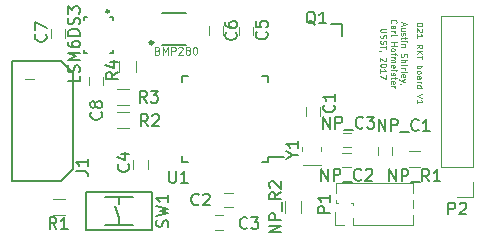
<source format=gto>
G04 #@! TF.FileFunction,Legend,Top*
%FSLAX46Y46*%
G04 Gerber Fmt 4.6, Leading zero omitted, Abs format (unit mm)*
G04 Created by KiCad (PCBNEW 4.0.6) date Tue Sep  5 19:33:10 2017*
%MOMM*%
%LPD*%
G01*
G04 APERTURE LIST*
%ADD10C,0.150000*%
%ADD11C,0.125000*%
%ADD12C,0.120000*%
%ADD13C,0.127000*%
%ADD14C,0.007620*%
%ADD15C,0.254000*%
%ADD16C,0.300000*%
%ADD17C,0.152400*%
%ADD18C,0.100000*%
G04 APERTURE END LIST*
D10*
D11*
X172991667Y-80080954D02*
X172991667Y-80319049D01*
X172848810Y-80033335D02*
X173348810Y-80200002D01*
X172848810Y-80366668D01*
X173182143Y-80747620D02*
X172848810Y-80747620D01*
X173182143Y-80533335D02*
X172920238Y-80533335D01*
X172872619Y-80557144D01*
X172848810Y-80604763D01*
X172848810Y-80676192D01*
X172872619Y-80723811D01*
X172896429Y-80747620D01*
X172872619Y-80961906D02*
X172848810Y-81009525D01*
X172848810Y-81104763D01*
X172872619Y-81152382D01*
X172920238Y-81176192D01*
X172944048Y-81176192D01*
X172991667Y-81152382D01*
X173015476Y-81104763D01*
X173015476Y-81033335D01*
X173039286Y-80985716D01*
X173086905Y-80961906D01*
X173110714Y-80961906D01*
X173158333Y-80985716D01*
X173182143Y-81033335D01*
X173182143Y-81104763D01*
X173158333Y-81152382D01*
X173182143Y-81319049D02*
X173182143Y-81509525D01*
X173348810Y-81390478D02*
X172920238Y-81390478D01*
X172872619Y-81414287D01*
X172848810Y-81461906D01*
X172848810Y-81509525D01*
X172848810Y-81676192D02*
X173182143Y-81676192D01*
X173348810Y-81676192D02*
X173325000Y-81652382D01*
X173301190Y-81676192D01*
X173325000Y-81700001D01*
X173348810Y-81676192D01*
X173301190Y-81676192D01*
X173182143Y-81914287D02*
X172848810Y-81914287D01*
X173134524Y-81914287D02*
X173158333Y-81938096D01*
X173182143Y-81985715D01*
X173182143Y-82057144D01*
X173158333Y-82104763D01*
X173110714Y-82128572D01*
X172848810Y-82128572D01*
X172872619Y-82723810D02*
X172848810Y-82795239D01*
X172848810Y-82914286D01*
X172872619Y-82961905D01*
X172896429Y-82985715D01*
X172944048Y-83009524D01*
X172991667Y-83009524D01*
X173039286Y-82985715D01*
X173063095Y-82961905D01*
X173086905Y-82914286D01*
X173110714Y-82819048D01*
X173134524Y-82771429D01*
X173158333Y-82747620D01*
X173205952Y-82723810D01*
X173253571Y-82723810D01*
X173301190Y-82747620D01*
X173325000Y-82771429D01*
X173348810Y-82819048D01*
X173348810Y-82938096D01*
X173325000Y-83009524D01*
X172848810Y-83223810D02*
X173348810Y-83223810D01*
X172848810Y-83438095D02*
X173110714Y-83438095D01*
X173158333Y-83414286D01*
X173182143Y-83366667D01*
X173182143Y-83295238D01*
X173158333Y-83247619D01*
X173134524Y-83223810D01*
X172848810Y-83676191D02*
X173182143Y-83676191D01*
X173348810Y-83676191D02*
X173325000Y-83652381D01*
X173301190Y-83676191D01*
X173325000Y-83700000D01*
X173348810Y-83676191D01*
X173301190Y-83676191D01*
X172848810Y-83914286D02*
X173182143Y-83914286D01*
X173086905Y-83914286D02*
X173134524Y-83938095D01*
X173158333Y-83961905D01*
X173182143Y-84009524D01*
X173182143Y-84057143D01*
X172848810Y-84295238D02*
X172872619Y-84247619D01*
X172920238Y-84223810D01*
X173348810Y-84223810D01*
X172872619Y-84676191D02*
X172848810Y-84628572D01*
X172848810Y-84533334D01*
X172872619Y-84485715D01*
X172920238Y-84461905D01*
X173110714Y-84461905D01*
X173158333Y-84485715D01*
X173182143Y-84533334D01*
X173182143Y-84628572D01*
X173158333Y-84676191D01*
X173110714Y-84700000D01*
X173063095Y-84700000D01*
X173015476Y-84461905D01*
X173182143Y-84866667D02*
X172848810Y-84985714D01*
X173182143Y-85104762D02*
X172848810Y-84985714D01*
X172729762Y-84938095D01*
X172705952Y-84914286D01*
X172682143Y-84866667D01*
X172872619Y-85319047D02*
X172848810Y-85319047D01*
X172801190Y-85295238D01*
X172777381Y-85271428D01*
X172021429Y-80140477D02*
X171997619Y-80116667D01*
X171973810Y-80045239D01*
X171973810Y-79997620D01*
X171997619Y-79926191D01*
X172045238Y-79878572D01*
X172092857Y-79854763D01*
X172188095Y-79830953D01*
X172259524Y-79830953D01*
X172354762Y-79854763D01*
X172402381Y-79878572D01*
X172450000Y-79926191D01*
X172473810Y-79997620D01*
X172473810Y-80045239D01*
X172450000Y-80116667D01*
X172426190Y-80140477D01*
X171973810Y-80569048D02*
X172235714Y-80569048D01*
X172283333Y-80545239D01*
X172307143Y-80497620D01*
X172307143Y-80402382D01*
X172283333Y-80354763D01*
X171997619Y-80569048D02*
X171973810Y-80521429D01*
X171973810Y-80402382D01*
X171997619Y-80354763D01*
X172045238Y-80330953D01*
X172092857Y-80330953D01*
X172140476Y-80354763D01*
X172164286Y-80402382D01*
X172164286Y-80521429D01*
X172188095Y-80569048D01*
X171973810Y-80807144D02*
X172307143Y-80807144D01*
X172211905Y-80807144D02*
X172259524Y-80830953D01*
X172283333Y-80854763D01*
X172307143Y-80902382D01*
X172307143Y-80950001D01*
X171973810Y-81188096D02*
X171997619Y-81140477D01*
X172045238Y-81116668D01*
X172473810Y-81116668D01*
X171973810Y-81759525D02*
X172473810Y-81759525D01*
X172235714Y-81759525D02*
X172235714Y-82045239D01*
X171973810Y-82045239D02*
X172473810Y-82045239D01*
X171973810Y-82354763D02*
X171997619Y-82307144D01*
X172021429Y-82283335D01*
X172069048Y-82259525D01*
X172211905Y-82259525D01*
X172259524Y-82283335D01*
X172283333Y-82307144D01*
X172307143Y-82354763D01*
X172307143Y-82426192D01*
X172283333Y-82473811D01*
X172259524Y-82497620D01*
X172211905Y-82521430D01*
X172069048Y-82521430D01*
X172021429Y-82497620D01*
X171997619Y-82473811D01*
X171973810Y-82426192D01*
X171973810Y-82354763D01*
X172307143Y-82664287D02*
X172307143Y-82854763D01*
X171973810Y-82735716D02*
X172402381Y-82735716D01*
X172450000Y-82759525D01*
X172473810Y-82807144D01*
X172473810Y-82854763D01*
X171973810Y-83021430D02*
X172307143Y-83021430D01*
X172259524Y-83021430D02*
X172283333Y-83045239D01*
X172307143Y-83092858D01*
X172307143Y-83164287D01*
X172283333Y-83211906D01*
X172235714Y-83235715D01*
X171973810Y-83235715D01*
X172235714Y-83235715D02*
X172283333Y-83259525D01*
X172307143Y-83307144D01*
X172307143Y-83378572D01*
X172283333Y-83426192D01*
X172235714Y-83450001D01*
X171973810Y-83450001D01*
X171997619Y-83878573D02*
X171973810Y-83830954D01*
X171973810Y-83735716D01*
X171997619Y-83688097D01*
X172045238Y-83664287D01*
X172235714Y-83664287D01*
X172283333Y-83688097D01*
X172307143Y-83735716D01*
X172307143Y-83830954D01*
X172283333Y-83878573D01*
X172235714Y-83902382D01*
X172188095Y-83902382D01*
X172140476Y-83664287D01*
X171973810Y-84116668D02*
X172307143Y-84116668D01*
X172473810Y-84116668D02*
X172450000Y-84092858D01*
X172426190Y-84116668D01*
X172450000Y-84140477D01*
X172473810Y-84116668D01*
X172426190Y-84116668D01*
X171997619Y-84330953D02*
X171973810Y-84378572D01*
X171973810Y-84473810D01*
X171997619Y-84521429D01*
X172045238Y-84545239D01*
X172069048Y-84545239D01*
X172116667Y-84521429D01*
X172140476Y-84473810D01*
X172140476Y-84402382D01*
X172164286Y-84354763D01*
X172211905Y-84330953D01*
X172235714Y-84330953D01*
X172283333Y-84354763D01*
X172307143Y-84402382D01*
X172307143Y-84473810D01*
X172283333Y-84521429D01*
X172307143Y-84688096D02*
X172307143Y-84878572D01*
X172473810Y-84759525D02*
X172045238Y-84759525D01*
X171997619Y-84783334D01*
X171973810Y-84830953D01*
X171973810Y-84878572D01*
X171997619Y-85235715D02*
X171973810Y-85188096D01*
X171973810Y-85092858D01*
X171997619Y-85045239D01*
X172045238Y-85021429D01*
X172235714Y-85021429D01*
X172283333Y-85045239D01*
X172307143Y-85092858D01*
X172307143Y-85188096D01*
X172283333Y-85235715D01*
X172235714Y-85259524D01*
X172188095Y-85259524D01*
X172140476Y-85021429D01*
X171973810Y-85473810D02*
X172307143Y-85473810D01*
X172211905Y-85473810D02*
X172259524Y-85497619D01*
X172283333Y-85521429D01*
X172307143Y-85569048D01*
X172307143Y-85616667D01*
X171598810Y-80628574D02*
X171194048Y-80628574D01*
X171146429Y-80652383D01*
X171122619Y-80676193D01*
X171098810Y-80723812D01*
X171098810Y-80819050D01*
X171122619Y-80866669D01*
X171146429Y-80890478D01*
X171194048Y-80914288D01*
X171598810Y-80914288D01*
X171122619Y-81128574D02*
X171098810Y-81200003D01*
X171098810Y-81319050D01*
X171122619Y-81366669D01*
X171146429Y-81390479D01*
X171194048Y-81414288D01*
X171241667Y-81414288D01*
X171289286Y-81390479D01*
X171313095Y-81366669D01*
X171336905Y-81319050D01*
X171360714Y-81223812D01*
X171384524Y-81176193D01*
X171408333Y-81152384D01*
X171455952Y-81128574D01*
X171503571Y-81128574D01*
X171551190Y-81152384D01*
X171575000Y-81176193D01*
X171598810Y-81223812D01*
X171598810Y-81342860D01*
X171575000Y-81414288D01*
X171122619Y-81604764D02*
X171098810Y-81676193D01*
X171098810Y-81795240D01*
X171122619Y-81842859D01*
X171146429Y-81866669D01*
X171194048Y-81890478D01*
X171241667Y-81890478D01*
X171289286Y-81866669D01*
X171313095Y-81842859D01*
X171336905Y-81795240D01*
X171360714Y-81700002D01*
X171384524Y-81652383D01*
X171408333Y-81628574D01*
X171455952Y-81604764D01*
X171503571Y-81604764D01*
X171551190Y-81628574D01*
X171575000Y-81652383D01*
X171598810Y-81700002D01*
X171598810Y-81819050D01*
X171575000Y-81890478D01*
X171598810Y-82033335D02*
X171598810Y-82319049D01*
X171098810Y-82176192D02*
X171598810Y-82176192D01*
X171122619Y-82509525D02*
X171098810Y-82509525D01*
X171051190Y-82485716D01*
X171027381Y-82461906D01*
X171551190Y-83080953D02*
X171575000Y-83104763D01*
X171598810Y-83152382D01*
X171598810Y-83271429D01*
X171575000Y-83319048D01*
X171551190Y-83342858D01*
X171503571Y-83366667D01*
X171455952Y-83366667D01*
X171384524Y-83342858D01*
X171098810Y-83057144D01*
X171098810Y-83366667D01*
X171598810Y-83676191D02*
X171598810Y-83723810D01*
X171575000Y-83771429D01*
X171551190Y-83795238D01*
X171503571Y-83819048D01*
X171408333Y-83842857D01*
X171289286Y-83842857D01*
X171194048Y-83819048D01*
X171146429Y-83795238D01*
X171122619Y-83771429D01*
X171098810Y-83723810D01*
X171098810Y-83676191D01*
X171122619Y-83628572D01*
X171146429Y-83604762D01*
X171194048Y-83580953D01*
X171289286Y-83557143D01*
X171408333Y-83557143D01*
X171503571Y-83580953D01*
X171551190Y-83604762D01*
X171575000Y-83628572D01*
X171598810Y-83676191D01*
X171098810Y-84319047D02*
X171098810Y-84033333D01*
X171098810Y-84176190D02*
X171598810Y-84176190D01*
X171527381Y-84128571D01*
X171479762Y-84080952D01*
X171455952Y-84033333D01*
X171598810Y-84485714D02*
X171598810Y-84819047D01*
X171098810Y-84604761D01*
X174173810Y-80119050D02*
X174673810Y-80119050D01*
X174673810Y-80238097D01*
X174650000Y-80309526D01*
X174602381Y-80357145D01*
X174554762Y-80380954D01*
X174459524Y-80404764D01*
X174388095Y-80404764D01*
X174292857Y-80380954D01*
X174245238Y-80357145D01*
X174197619Y-80309526D01*
X174173810Y-80238097D01*
X174173810Y-80119050D01*
X174626190Y-80595240D02*
X174650000Y-80619050D01*
X174673810Y-80666669D01*
X174673810Y-80785716D01*
X174650000Y-80833335D01*
X174626190Y-80857145D01*
X174578571Y-80880954D01*
X174530952Y-80880954D01*
X174459524Y-80857145D01*
X174173810Y-80571431D01*
X174173810Y-80880954D01*
X174173810Y-81357144D02*
X174173810Y-81071430D01*
X174173810Y-81214287D02*
X174673810Y-81214287D01*
X174602381Y-81166668D01*
X174554762Y-81119049D01*
X174530952Y-81071430D01*
X174173810Y-82238096D02*
X174411905Y-82071429D01*
X174173810Y-81952382D02*
X174673810Y-81952382D01*
X174673810Y-82142858D01*
X174650000Y-82190477D01*
X174626190Y-82214286D01*
X174578571Y-82238096D01*
X174507143Y-82238096D01*
X174459524Y-82214286D01*
X174435714Y-82190477D01*
X174411905Y-82142858D01*
X174411905Y-81952382D01*
X174173810Y-82452382D02*
X174673810Y-82452382D01*
X174173810Y-82738096D02*
X174459524Y-82523810D01*
X174673810Y-82738096D02*
X174388095Y-82452382D01*
X174673810Y-82880953D02*
X174673810Y-83166667D01*
X174173810Y-83023810D02*
X174673810Y-83023810D01*
X174173810Y-83714286D02*
X174673810Y-83714286D01*
X174483333Y-83714286D02*
X174507143Y-83761905D01*
X174507143Y-83857143D01*
X174483333Y-83904762D01*
X174459524Y-83928571D01*
X174411905Y-83952381D01*
X174269048Y-83952381D01*
X174221429Y-83928571D01*
X174197619Y-83904762D01*
X174173810Y-83857143D01*
X174173810Y-83761905D01*
X174197619Y-83714286D01*
X174173810Y-84238095D02*
X174197619Y-84190476D01*
X174221429Y-84166667D01*
X174269048Y-84142857D01*
X174411905Y-84142857D01*
X174459524Y-84166667D01*
X174483333Y-84190476D01*
X174507143Y-84238095D01*
X174507143Y-84309524D01*
X174483333Y-84357143D01*
X174459524Y-84380952D01*
X174411905Y-84404762D01*
X174269048Y-84404762D01*
X174221429Y-84380952D01*
X174197619Y-84357143D01*
X174173810Y-84309524D01*
X174173810Y-84238095D01*
X174173810Y-84833333D02*
X174435714Y-84833333D01*
X174483333Y-84809524D01*
X174507143Y-84761905D01*
X174507143Y-84666667D01*
X174483333Y-84619048D01*
X174197619Y-84833333D02*
X174173810Y-84785714D01*
X174173810Y-84666667D01*
X174197619Y-84619048D01*
X174245238Y-84595238D01*
X174292857Y-84595238D01*
X174340476Y-84619048D01*
X174364286Y-84666667D01*
X174364286Y-84785714D01*
X174388095Y-84833333D01*
X174173810Y-85071429D02*
X174507143Y-85071429D01*
X174411905Y-85071429D02*
X174459524Y-85095238D01*
X174483333Y-85119048D01*
X174507143Y-85166667D01*
X174507143Y-85214286D01*
X174173810Y-85595238D02*
X174673810Y-85595238D01*
X174197619Y-85595238D02*
X174173810Y-85547619D01*
X174173810Y-85452381D01*
X174197619Y-85404762D01*
X174221429Y-85380953D01*
X174269048Y-85357143D01*
X174411905Y-85357143D01*
X174459524Y-85380953D01*
X174483333Y-85404762D01*
X174507143Y-85452381D01*
X174507143Y-85547619D01*
X174483333Y-85595238D01*
X174673810Y-86142857D02*
X174173810Y-86309524D01*
X174673810Y-86476190D01*
X174173810Y-86904761D02*
X174173810Y-86619047D01*
X174173810Y-86761904D02*
X174673810Y-86761904D01*
X174602381Y-86714285D01*
X174554762Y-86666666D01*
X174530952Y-86619047D01*
D12*
X164800000Y-87950000D02*
X164800000Y-87250000D01*
X166000000Y-87250000D02*
X166000000Y-87950000D01*
X157900000Y-94500000D02*
X158600000Y-94500000D01*
X158600000Y-95700000D02*
X157900000Y-95700000D01*
X157800000Y-97600000D02*
X157100000Y-97600000D01*
X157100000Y-96400000D02*
X157800000Y-96400000D01*
X151400000Y-91750000D02*
X151400000Y-92450000D01*
X150200000Y-92450000D02*
X150200000Y-91750000D01*
X159100000Y-81150000D02*
X159100000Y-80450000D01*
X160300000Y-80450000D02*
X160300000Y-81150000D01*
X156600000Y-81100000D02*
X156600000Y-80400000D01*
X157800000Y-80400000D02*
X157800000Y-81100000D01*
X144400000Y-80650000D02*
X144400000Y-81350000D01*
X143200000Y-81350000D02*
X143200000Y-80650000D01*
X146400000Y-85350000D02*
X146400000Y-84650000D01*
X147600000Y-84650000D02*
X147600000Y-85350000D01*
D13*
X139945040Y-83322140D02*
X139945040Y-93482140D01*
X139945040Y-83322140D02*
X144097940Y-83322140D01*
X144097940Y-83322140D02*
X145098700Y-84322900D01*
X145098700Y-84322900D02*
X145098700Y-92481380D01*
X145098700Y-92481380D02*
X144097940Y-93482140D01*
X144097940Y-93482140D02*
X139945040Y-93482140D01*
D14*
X141750980Y-84853760D02*
X141052480Y-84853760D01*
D12*
X172100000Y-90600000D02*
X172100000Y-91300000D01*
X170900000Y-91300000D02*
X170900000Y-90600000D01*
X168600000Y-92300000D02*
X167900000Y-92300000D01*
X167900000Y-91100000D02*
X168600000Y-91100000D01*
X168650000Y-90600000D02*
X167950000Y-90600000D01*
X167950000Y-89400000D02*
X168650000Y-89400000D01*
X173500000Y-90920000D02*
X174500000Y-90920000D01*
X174500000Y-92280000D02*
X173500000Y-92280000D01*
X164380000Y-95200000D02*
X164380000Y-96200000D01*
X163020000Y-96200000D02*
X163020000Y-95200000D01*
X173835000Y-97230000D02*
X173835000Y-96407530D01*
X173835000Y-94522470D02*
X173835000Y-93700000D01*
X173835000Y-95792470D02*
X173835000Y-95137530D01*
X168820000Y-97230000D02*
X173835000Y-97230000D01*
X167365000Y-93700000D02*
X173835000Y-93700000D01*
X168820000Y-97230000D02*
X168820000Y-96663471D01*
X168820000Y-95536529D02*
X168820000Y-95393471D01*
X168766529Y-95340000D02*
X168623471Y-95340000D01*
X167496529Y-95340000D02*
X167365000Y-95340000D01*
X167365000Y-95340000D02*
X167365000Y-95137530D01*
X167365000Y-94522470D02*
X167365000Y-93700000D01*
X168060000Y-97230000D02*
X167300000Y-97230000D01*
X167300000Y-97230000D02*
X167300000Y-96100000D01*
D10*
X167900000Y-80200000D02*
X166900000Y-80200000D01*
X167900000Y-81200000D02*
X167900000Y-80200000D01*
D12*
X144400000Y-96380000D02*
X143400000Y-96380000D01*
X143400000Y-95020000D02*
X144400000Y-95020000D01*
X149850000Y-88980000D02*
X148850000Y-88980000D01*
X148850000Y-87620000D02*
X149850000Y-87620000D01*
X149850000Y-87080000D02*
X148850000Y-87080000D01*
X148850000Y-85720000D02*
X149850000Y-85720000D01*
X150380000Y-83300000D02*
X150380000Y-84300000D01*
X149020000Y-84300000D02*
X149020000Y-83300000D01*
D13*
X146200920Y-94427920D02*
X151799080Y-94427920D01*
X151799080Y-94427920D02*
X151799080Y-97623240D01*
X151799080Y-97623240D02*
X146200920Y-97623240D01*
X146200920Y-97623240D02*
X146200920Y-94427920D01*
X147801120Y-94826700D02*
X149000000Y-94826700D01*
X149000000Y-94826700D02*
X150198880Y-94826700D01*
X147801120Y-97224460D02*
X149000000Y-97224460D01*
X149000000Y-97224460D02*
X150198880Y-97224460D01*
X149000000Y-97224460D02*
X149000000Y-96625020D01*
X149000000Y-94826700D02*
X149000000Y-95426140D01*
X149000000Y-96625020D02*
X148601220Y-95626800D01*
D10*
X161575000Y-91856108D02*
X161575000Y-91431108D01*
X154325000Y-91856108D02*
X154325000Y-91331108D01*
X154325000Y-84606108D02*
X154325000Y-85131108D01*
X161575000Y-84606108D02*
X161575000Y-85131108D01*
X161575000Y-91856108D02*
X161050000Y-91856108D01*
X161575000Y-84606108D02*
X161050000Y-84606108D01*
X154325000Y-84606108D02*
X154850000Y-84606108D01*
X154325000Y-91856108D02*
X154850000Y-91856108D01*
X161575000Y-91431108D02*
X162950000Y-91431108D01*
D15*
X148100000Y-79137500D02*
G75*
G03X148100000Y-79137500I-100000J0D01*
G01*
D13*
X148250000Y-79637500D02*
X148500000Y-79637500D01*
X148500000Y-79637500D02*
X148500000Y-79887500D01*
X148500000Y-82387500D02*
X148500000Y-82637500D01*
X148500000Y-82637500D02*
X148250000Y-82637500D01*
X146250000Y-79637500D02*
X146000000Y-79637500D01*
X146000000Y-79637500D02*
X146000000Y-79887500D01*
X146250000Y-82637500D02*
X146000000Y-82637500D01*
X146000000Y-82387500D02*
X146000000Y-82637500D01*
X154650000Y-79275000D02*
X152650000Y-79275000D01*
X154650000Y-81975000D02*
X152650000Y-81975000D01*
D16*
X151825000Y-81775000D02*
G75*
G03X151825000Y-81775000I-100000J0D01*
G01*
D12*
X164500000Y-90950000D02*
X164500000Y-90650000D01*
X166100000Y-90950000D02*
X166100000Y-90650000D01*
X164550000Y-92150000D02*
X166050000Y-92150000D01*
X178930000Y-79510000D02*
X176270000Y-79510000D01*
X178930000Y-92270000D02*
X178930000Y-79510000D01*
X176270000Y-92270000D02*
X176270000Y-79510000D01*
X178930000Y-92270000D02*
X176270000Y-92270000D01*
X178930000Y-93540000D02*
X178930000Y-94870000D01*
X178930000Y-94870000D02*
X177600000Y-94870000D01*
D10*
X167157143Y-87066666D02*
X167204762Y-87114285D01*
X167252381Y-87257142D01*
X167252381Y-87352380D01*
X167204762Y-87495238D01*
X167109524Y-87590476D01*
X167014286Y-87638095D01*
X166823810Y-87685714D01*
X166680952Y-87685714D01*
X166490476Y-87638095D01*
X166395238Y-87590476D01*
X166300000Y-87495238D01*
X166252381Y-87352380D01*
X166252381Y-87257142D01*
X166300000Y-87114285D01*
X166347619Y-87066666D01*
X167252381Y-86114285D02*
X167252381Y-86685714D01*
X167252381Y-86400000D02*
X166252381Y-86400000D01*
X166395238Y-86495238D01*
X166490476Y-86590476D01*
X166538095Y-86685714D01*
X155733334Y-95457143D02*
X155685715Y-95504762D01*
X155542858Y-95552381D01*
X155447620Y-95552381D01*
X155304762Y-95504762D01*
X155209524Y-95409524D01*
X155161905Y-95314286D01*
X155114286Y-95123810D01*
X155114286Y-94980952D01*
X155161905Y-94790476D01*
X155209524Y-94695238D01*
X155304762Y-94600000D01*
X155447620Y-94552381D01*
X155542858Y-94552381D01*
X155685715Y-94600000D01*
X155733334Y-94647619D01*
X156114286Y-94647619D02*
X156161905Y-94600000D01*
X156257143Y-94552381D01*
X156495239Y-94552381D01*
X156590477Y-94600000D01*
X156638096Y-94647619D01*
X156685715Y-94742857D01*
X156685715Y-94838095D01*
X156638096Y-94980952D01*
X156066667Y-95552381D01*
X156685715Y-95552381D01*
X159833334Y-97457143D02*
X159785715Y-97504762D01*
X159642858Y-97552381D01*
X159547620Y-97552381D01*
X159404762Y-97504762D01*
X159309524Y-97409524D01*
X159261905Y-97314286D01*
X159214286Y-97123810D01*
X159214286Y-96980952D01*
X159261905Y-96790476D01*
X159309524Y-96695238D01*
X159404762Y-96600000D01*
X159547620Y-96552381D01*
X159642858Y-96552381D01*
X159785715Y-96600000D01*
X159833334Y-96647619D01*
X160166667Y-96552381D02*
X160785715Y-96552381D01*
X160452381Y-96933333D01*
X160595239Y-96933333D01*
X160690477Y-96980952D01*
X160738096Y-97028571D01*
X160785715Y-97123810D01*
X160785715Y-97361905D01*
X160738096Y-97457143D01*
X160690477Y-97504762D01*
X160595239Y-97552381D01*
X160309524Y-97552381D01*
X160214286Y-97504762D01*
X160166667Y-97457143D01*
X149757143Y-92066666D02*
X149804762Y-92114285D01*
X149852381Y-92257142D01*
X149852381Y-92352380D01*
X149804762Y-92495238D01*
X149709524Y-92590476D01*
X149614286Y-92638095D01*
X149423810Y-92685714D01*
X149280952Y-92685714D01*
X149090476Y-92638095D01*
X148995238Y-92590476D01*
X148900000Y-92495238D01*
X148852381Y-92352380D01*
X148852381Y-92257142D01*
X148900000Y-92114285D01*
X148947619Y-92066666D01*
X149185714Y-91209523D02*
X149852381Y-91209523D01*
X148804762Y-91447619D02*
X149519048Y-91685714D01*
X149519048Y-91066666D01*
X161457143Y-80866666D02*
X161504762Y-80914285D01*
X161552381Y-81057142D01*
X161552381Y-81152380D01*
X161504762Y-81295238D01*
X161409524Y-81390476D01*
X161314286Y-81438095D01*
X161123810Y-81485714D01*
X160980952Y-81485714D01*
X160790476Y-81438095D01*
X160695238Y-81390476D01*
X160600000Y-81295238D01*
X160552381Y-81152380D01*
X160552381Y-81057142D01*
X160600000Y-80914285D01*
X160647619Y-80866666D01*
X160552381Y-79961904D02*
X160552381Y-80438095D01*
X161028571Y-80485714D01*
X160980952Y-80438095D01*
X160933333Y-80342857D01*
X160933333Y-80104761D01*
X160980952Y-80009523D01*
X161028571Y-79961904D01*
X161123810Y-79914285D01*
X161361905Y-79914285D01*
X161457143Y-79961904D01*
X161504762Y-80009523D01*
X161552381Y-80104761D01*
X161552381Y-80342857D01*
X161504762Y-80438095D01*
X161457143Y-80485714D01*
X158857143Y-80916666D02*
X158904762Y-80964285D01*
X158952381Y-81107142D01*
X158952381Y-81202380D01*
X158904762Y-81345238D01*
X158809524Y-81440476D01*
X158714286Y-81488095D01*
X158523810Y-81535714D01*
X158380952Y-81535714D01*
X158190476Y-81488095D01*
X158095238Y-81440476D01*
X158000000Y-81345238D01*
X157952381Y-81202380D01*
X157952381Y-81107142D01*
X158000000Y-80964285D01*
X158047619Y-80916666D01*
X157952381Y-80059523D02*
X157952381Y-80250000D01*
X158000000Y-80345238D01*
X158047619Y-80392857D01*
X158190476Y-80488095D01*
X158380952Y-80535714D01*
X158761905Y-80535714D01*
X158857143Y-80488095D01*
X158904762Y-80440476D01*
X158952381Y-80345238D01*
X158952381Y-80154761D01*
X158904762Y-80059523D01*
X158857143Y-80011904D01*
X158761905Y-79964285D01*
X158523810Y-79964285D01*
X158428571Y-80011904D01*
X158380952Y-80059523D01*
X158333333Y-80154761D01*
X158333333Y-80345238D01*
X158380952Y-80440476D01*
X158428571Y-80488095D01*
X158523810Y-80535714D01*
X142757143Y-81066666D02*
X142804762Y-81114285D01*
X142852381Y-81257142D01*
X142852381Y-81352380D01*
X142804762Y-81495238D01*
X142709524Y-81590476D01*
X142614286Y-81638095D01*
X142423810Y-81685714D01*
X142280952Y-81685714D01*
X142090476Y-81638095D01*
X141995238Y-81590476D01*
X141900000Y-81495238D01*
X141852381Y-81352380D01*
X141852381Y-81257142D01*
X141900000Y-81114285D01*
X141947619Y-81066666D01*
X141852381Y-80733333D02*
X141852381Y-80066666D01*
X142852381Y-80495238D01*
X147457143Y-87666666D02*
X147504762Y-87714285D01*
X147552381Y-87857142D01*
X147552381Y-87952380D01*
X147504762Y-88095238D01*
X147409524Y-88190476D01*
X147314286Y-88238095D01*
X147123810Y-88285714D01*
X146980952Y-88285714D01*
X146790476Y-88238095D01*
X146695238Y-88190476D01*
X146600000Y-88095238D01*
X146552381Y-87952380D01*
X146552381Y-87857142D01*
X146600000Y-87714285D01*
X146647619Y-87666666D01*
X146980952Y-87095238D02*
X146933333Y-87190476D01*
X146885714Y-87238095D01*
X146790476Y-87285714D01*
X146742857Y-87285714D01*
X146647619Y-87238095D01*
X146600000Y-87190476D01*
X146552381Y-87095238D01*
X146552381Y-86904761D01*
X146600000Y-86809523D01*
X146647619Y-86761904D01*
X146742857Y-86714285D01*
X146790476Y-86714285D01*
X146885714Y-86761904D01*
X146933333Y-86809523D01*
X146980952Y-86904761D01*
X146980952Y-87095238D01*
X147028571Y-87190476D01*
X147076190Y-87238095D01*
X147171429Y-87285714D01*
X147361905Y-87285714D01*
X147457143Y-87238095D01*
X147504762Y-87190476D01*
X147552381Y-87095238D01*
X147552381Y-86904761D01*
X147504762Y-86809523D01*
X147457143Y-86761904D01*
X147361905Y-86714285D01*
X147171429Y-86714285D01*
X147076190Y-86761904D01*
X147028571Y-86809523D01*
X146980952Y-86904761D01*
D17*
X145343619Y-92638667D02*
X146069333Y-92638667D01*
X146214476Y-92687047D01*
X146311238Y-92783809D01*
X146359619Y-92928952D01*
X146359619Y-93025714D01*
X146359619Y-91622667D02*
X146359619Y-92203238D01*
X146359619Y-91912952D02*
X145343619Y-91912952D01*
X145488762Y-92009714D01*
X145585524Y-92106476D01*
X145633905Y-92203238D01*
D10*
X170957143Y-89252381D02*
X170957143Y-88252381D01*
X171528572Y-89252381D01*
X171528572Y-88252381D01*
X172004762Y-89252381D02*
X172004762Y-88252381D01*
X172385715Y-88252381D01*
X172480953Y-88300000D01*
X172528572Y-88347619D01*
X172576191Y-88442857D01*
X172576191Y-88585714D01*
X172528572Y-88680952D01*
X172480953Y-88728571D01*
X172385715Y-88776190D01*
X172004762Y-88776190D01*
X172766667Y-89347619D02*
X173528572Y-89347619D01*
X174338096Y-89157143D02*
X174290477Y-89204762D01*
X174147620Y-89252381D01*
X174052382Y-89252381D01*
X173909524Y-89204762D01*
X173814286Y-89109524D01*
X173766667Y-89014286D01*
X173719048Y-88823810D01*
X173719048Y-88680952D01*
X173766667Y-88490476D01*
X173814286Y-88395238D01*
X173909524Y-88300000D01*
X174052382Y-88252381D01*
X174147620Y-88252381D01*
X174290477Y-88300000D01*
X174338096Y-88347619D01*
X175290477Y-89252381D02*
X174719048Y-89252381D01*
X175004762Y-89252381D02*
X175004762Y-88252381D01*
X174909524Y-88395238D01*
X174814286Y-88490476D01*
X174719048Y-88538095D01*
X166107143Y-93452381D02*
X166107143Y-92452381D01*
X166678572Y-93452381D01*
X166678572Y-92452381D01*
X167154762Y-93452381D02*
X167154762Y-92452381D01*
X167535715Y-92452381D01*
X167630953Y-92500000D01*
X167678572Y-92547619D01*
X167726191Y-92642857D01*
X167726191Y-92785714D01*
X167678572Y-92880952D01*
X167630953Y-92928571D01*
X167535715Y-92976190D01*
X167154762Y-92976190D01*
X167916667Y-93547619D02*
X168678572Y-93547619D01*
X169488096Y-93357143D02*
X169440477Y-93404762D01*
X169297620Y-93452381D01*
X169202382Y-93452381D01*
X169059524Y-93404762D01*
X168964286Y-93309524D01*
X168916667Y-93214286D01*
X168869048Y-93023810D01*
X168869048Y-92880952D01*
X168916667Y-92690476D01*
X168964286Y-92595238D01*
X169059524Y-92500000D01*
X169202382Y-92452381D01*
X169297620Y-92452381D01*
X169440477Y-92500000D01*
X169488096Y-92547619D01*
X169869048Y-92547619D02*
X169916667Y-92500000D01*
X170011905Y-92452381D01*
X170250001Y-92452381D01*
X170345239Y-92500000D01*
X170392858Y-92547619D01*
X170440477Y-92642857D01*
X170440477Y-92738095D01*
X170392858Y-92880952D01*
X169821429Y-93452381D01*
X170440477Y-93452381D01*
X166257143Y-89052381D02*
X166257143Y-88052381D01*
X166828572Y-89052381D01*
X166828572Y-88052381D01*
X167304762Y-89052381D02*
X167304762Y-88052381D01*
X167685715Y-88052381D01*
X167780953Y-88100000D01*
X167828572Y-88147619D01*
X167876191Y-88242857D01*
X167876191Y-88385714D01*
X167828572Y-88480952D01*
X167780953Y-88528571D01*
X167685715Y-88576190D01*
X167304762Y-88576190D01*
X168066667Y-89147619D02*
X168828572Y-89147619D01*
X169638096Y-88957143D02*
X169590477Y-89004762D01*
X169447620Y-89052381D01*
X169352382Y-89052381D01*
X169209524Y-89004762D01*
X169114286Y-88909524D01*
X169066667Y-88814286D01*
X169019048Y-88623810D01*
X169019048Y-88480952D01*
X169066667Y-88290476D01*
X169114286Y-88195238D01*
X169209524Y-88100000D01*
X169352382Y-88052381D01*
X169447620Y-88052381D01*
X169590477Y-88100000D01*
X169638096Y-88147619D01*
X169971429Y-88052381D02*
X170590477Y-88052381D01*
X170257143Y-88433333D01*
X170400001Y-88433333D01*
X170495239Y-88480952D01*
X170542858Y-88528571D01*
X170590477Y-88623810D01*
X170590477Y-88861905D01*
X170542858Y-88957143D01*
X170495239Y-89004762D01*
X170400001Y-89052381D01*
X170114286Y-89052381D01*
X170019048Y-89004762D01*
X169971429Y-88957143D01*
X171857143Y-93502381D02*
X171857143Y-92502381D01*
X172428572Y-93502381D01*
X172428572Y-92502381D01*
X172904762Y-93502381D02*
X172904762Y-92502381D01*
X173285715Y-92502381D01*
X173380953Y-92550000D01*
X173428572Y-92597619D01*
X173476191Y-92692857D01*
X173476191Y-92835714D01*
X173428572Y-92930952D01*
X173380953Y-92978571D01*
X173285715Y-93026190D01*
X172904762Y-93026190D01*
X173666667Y-93597619D02*
X174428572Y-93597619D01*
X175238096Y-93502381D02*
X174904762Y-93026190D01*
X174666667Y-93502381D02*
X174666667Y-92502381D01*
X175047620Y-92502381D01*
X175142858Y-92550000D01*
X175190477Y-92597619D01*
X175238096Y-92692857D01*
X175238096Y-92835714D01*
X175190477Y-92930952D01*
X175142858Y-92978571D01*
X175047620Y-93026190D01*
X174666667Y-93026190D01*
X176190477Y-93502381D02*
X175619048Y-93502381D01*
X175904762Y-93502381D02*
X175904762Y-92502381D01*
X175809524Y-92645238D01*
X175714286Y-92740476D01*
X175619048Y-92788095D01*
X162702381Y-97842857D02*
X161702381Y-97842857D01*
X162702381Y-97271428D01*
X161702381Y-97271428D01*
X162702381Y-96795238D02*
X161702381Y-96795238D01*
X161702381Y-96414285D01*
X161750000Y-96319047D01*
X161797619Y-96271428D01*
X161892857Y-96223809D01*
X162035714Y-96223809D01*
X162130952Y-96271428D01*
X162178571Y-96319047D01*
X162226190Y-96414285D01*
X162226190Y-96795238D01*
X162797619Y-96033333D02*
X162797619Y-95271428D01*
X162702381Y-94461904D02*
X162226190Y-94795238D01*
X162702381Y-95033333D02*
X161702381Y-95033333D01*
X161702381Y-94652380D01*
X161750000Y-94557142D01*
X161797619Y-94509523D01*
X161892857Y-94461904D01*
X162035714Y-94461904D01*
X162130952Y-94509523D01*
X162178571Y-94557142D01*
X162226190Y-94652380D01*
X162226190Y-95033333D01*
X161797619Y-94080952D02*
X161750000Y-94033333D01*
X161702381Y-93938095D01*
X161702381Y-93699999D01*
X161750000Y-93604761D01*
X161797619Y-93557142D01*
X161892857Y-93509523D01*
X161988095Y-93509523D01*
X162130952Y-93557142D01*
X162702381Y-94128571D01*
X162702381Y-93509523D01*
X166817381Y-96203095D02*
X165817381Y-96203095D01*
X165817381Y-95822142D01*
X165865000Y-95726904D01*
X165912619Y-95679285D01*
X166007857Y-95631666D01*
X166150714Y-95631666D01*
X166245952Y-95679285D01*
X166293571Y-95726904D01*
X166341190Y-95822142D01*
X166341190Y-96203095D01*
X166817381Y-94679285D02*
X166817381Y-95250714D01*
X166817381Y-94965000D02*
X165817381Y-94965000D01*
X165960238Y-95060238D01*
X166055476Y-95155476D01*
X166103095Y-95250714D01*
X165604762Y-80247619D02*
X165509524Y-80200000D01*
X165414286Y-80104762D01*
X165271429Y-79961905D01*
X165176190Y-79914286D01*
X165080952Y-79914286D01*
X165128571Y-80152381D02*
X165033333Y-80104762D01*
X164938095Y-80009524D01*
X164890476Y-79819048D01*
X164890476Y-79485714D01*
X164938095Y-79295238D01*
X165033333Y-79200000D01*
X165128571Y-79152381D01*
X165319048Y-79152381D01*
X165414286Y-79200000D01*
X165509524Y-79295238D01*
X165557143Y-79485714D01*
X165557143Y-79819048D01*
X165509524Y-80009524D01*
X165414286Y-80104762D01*
X165319048Y-80152381D01*
X165128571Y-80152381D01*
X166509524Y-80152381D02*
X165938095Y-80152381D01*
X166223809Y-80152381D02*
X166223809Y-79152381D01*
X166128571Y-79295238D01*
X166033333Y-79390476D01*
X165938095Y-79438095D01*
X143683334Y-97552381D02*
X143350000Y-97076190D01*
X143111905Y-97552381D02*
X143111905Y-96552381D01*
X143492858Y-96552381D01*
X143588096Y-96600000D01*
X143635715Y-96647619D01*
X143683334Y-96742857D01*
X143683334Y-96885714D01*
X143635715Y-96980952D01*
X143588096Y-97028571D01*
X143492858Y-97076190D01*
X143111905Y-97076190D01*
X144635715Y-97552381D02*
X144064286Y-97552381D01*
X144350000Y-97552381D02*
X144350000Y-96552381D01*
X144254762Y-96695238D01*
X144159524Y-96790476D01*
X144064286Y-96838095D01*
X151433334Y-88852381D02*
X151100000Y-88376190D01*
X150861905Y-88852381D02*
X150861905Y-87852381D01*
X151242858Y-87852381D01*
X151338096Y-87900000D01*
X151385715Y-87947619D01*
X151433334Y-88042857D01*
X151433334Y-88185714D01*
X151385715Y-88280952D01*
X151338096Y-88328571D01*
X151242858Y-88376190D01*
X150861905Y-88376190D01*
X151814286Y-87947619D02*
X151861905Y-87900000D01*
X151957143Y-87852381D01*
X152195239Y-87852381D01*
X152290477Y-87900000D01*
X152338096Y-87947619D01*
X152385715Y-88042857D01*
X152385715Y-88138095D01*
X152338096Y-88280952D01*
X151766667Y-88852381D01*
X152385715Y-88852381D01*
X151333334Y-86852381D02*
X151000000Y-86376190D01*
X150761905Y-86852381D02*
X150761905Y-85852381D01*
X151142858Y-85852381D01*
X151238096Y-85900000D01*
X151285715Y-85947619D01*
X151333334Y-86042857D01*
X151333334Y-86185714D01*
X151285715Y-86280952D01*
X151238096Y-86328571D01*
X151142858Y-86376190D01*
X150761905Y-86376190D01*
X151666667Y-85852381D02*
X152285715Y-85852381D01*
X151952381Y-86233333D01*
X152095239Y-86233333D01*
X152190477Y-86280952D01*
X152238096Y-86328571D01*
X152285715Y-86423810D01*
X152285715Y-86661905D01*
X152238096Y-86757143D01*
X152190477Y-86804762D01*
X152095239Y-86852381D01*
X151809524Y-86852381D01*
X151714286Y-86804762D01*
X151666667Y-86757143D01*
X148852381Y-84266666D02*
X148376190Y-84600000D01*
X148852381Y-84838095D02*
X147852381Y-84838095D01*
X147852381Y-84457142D01*
X147900000Y-84361904D01*
X147947619Y-84314285D01*
X148042857Y-84266666D01*
X148185714Y-84266666D01*
X148280952Y-84314285D01*
X148328571Y-84361904D01*
X148376190Y-84457142D01*
X148376190Y-84838095D01*
X148185714Y-83409523D02*
X148852381Y-83409523D01*
X147804762Y-83647619D02*
X148519048Y-83885714D01*
X148519048Y-83266666D01*
D17*
X153111238Y-97380246D02*
X153159619Y-97235103D01*
X153159619Y-96993199D01*
X153111238Y-96896437D01*
X153062857Y-96848056D01*
X152966095Y-96799675D01*
X152869333Y-96799675D01*
X152772571Y-96848056D01*
X152724190Y-96896437D01*
X152675810Y-96993199D01*
X152627429Y-97186722D01*
X152579048Y-97283484D01*
X152530667Y-97331865D01*
X152433905Y-97380246D01*
X152337143Y-97380246D01*
X152240381Y-97331865D01*
X152192000Y-97283484D01*
X152143619Y-97186722D01*
X152143619Y-96944818D01*
X152192000Y-96799675D01*
X152143619Y-96461008D02*
X153159619Y-96219103D01*
X152433905Y-96025580D01*
X153159619Y-95832056D01*
X152143619Y-95590151D01*
X153159619Y-94670913D02*
X153159619Y-95251484D01*
X153159619Y-94961198D02*
X152143619Y-94961198D01*
X152288762Y-95057960D01*
X152385524Y-95154722D01*
X152433905Y-95251484D01*
D10*
X153238095Y-92652381D02*
X153238095Y-93461905D01*
X153285714Y-93557143D01*
X153333333Y-93604762D01*
X153428571Y-93652381D01*
X153619048Y-93652381D01*
X153714286Y-93604762D01*
X153761905Y-93557143D01*
X153809524Y-93461905D01*
X153809524Y-92652381D01*
X154809524Y-93652381D02*
X154238095Y-93652381D01*
X154523809Y-93652381D02*
X154523809Y-92652381D01*
X154428571Y-92795238D01*
X154333333Y-92890476D01*
X154238095Y-92938095D01*
X145652612Y-84568027D02*
X145652612Y-85044460D01*
X144652102Y-85044460D01*
X145604968Y-84282167D02*
X145652612Y-84139237D01*
X145652612Y-83901020D01*
X145604968Y-83805733D01*
X145557325Y-83758090D01*
X145462038Y-83710447D01*
X145366752Y-83710447D01*
X145271465Y-83758090D01*
X145223822Y-83805733D01*
X145176178Y-83901020D01*
X145128535Y-84091593D01*
X145080892Y-84186880D01*
X145033248Y-84234523D01*
X144937962Y-84282167D01*
X144842675Y-84282167D01*
X144747388Y-84234523D01*
X144699745Y-84186880D01*
X144652102Y-84091593D01*
X144652102Y-83853377D01*
X144699745Y-83710447D01*
X145652612Y-83281656D02*
X144652102Y-83281656D01*
X145366752Y-82948153D01*
X144652102Y-82614650D01*
X145652612Y-82614650D01*
X144652102Y-81709426D02*
X144652102Y-81900000D01*
X144699745Y-81995286D01*
X144747388Y-82042930D01*
X144890318Y-82138216D01*
X145080892Y-82185860D01*
X145462038Y-82185860D01*
X145557325Y-82138216D01*
X145604968Y-82090573D01*
X145652612Y-81995286D01*
X145652612Y-81804713D01*
X145604968Y-81709426D01*
X145557325Y-81661783D01*
X145462038Y-81614140D01*
X145223822Y-81614140D01*
X145128535Y-81661783D01*
X145080892Y-81709426D01*
X145033248Y-81804713D01*
X145033248Y-81995286D01*
X145080892Y-82090573D01*
X145128535Y-82138216D01*
X145223822Y-82185860D01*
X145652612Y-81185349D02*
X144652102Y-81185349D01*
X144652102Y-80947133D01*
X144699745Y-80804203D01*
X144795032Y-80708916D01*
X144890318Y-80661273D01*
X145080892Y-80613629D01*
X145223822Y-80613629D01*
X145414395Y-80661273D01*
X145509682Y-80708916D01*
X145604968Y-80804203D01*
X145652612Y-80947133D01*
X145652612Y-81185349D01*
X145604968Y-80232483D02*
X145652612Y-80089553D01*
X145652612Y-79851336D01*
X145604968Y-79756049D01*
X145557325Y-79708406D01*
X145462038Y-79660763D01*
X145366752Y-79660763D01*
X145271465Y-79708406D01*
X145223822Y-79756049D01*
X145176178Y-79851336D01*
X145128535Y-80041909D01*
X145080892Y-80137196D01*
X145033248Y-80184839D01*
X144937962Y-80232483D01*
X144842675Y-80232483D01*
X144747388Y-80184839D01*
X144699745Y-80137196D01*
X144652102Y-80041909D01*
X144652102Y-79803693D01*
X144699745Y-79660763D01*
X144652102Y-79327259D02*
X144652102Y-78707896D01*
X145033248Y-79041399D01*
X145033248Y-78898469D01*
X145080892Y-78803182D01*
X145128535Y-78755539D01*
X145223822Y-78707896D01*
X145462038Y-78707896D01*
X145557325Y-78755539D01*
X145604968Y-78803182D01*
X145652612Y-78898469D01*
X145652612Y-79184329D01*
X145604968Y-79279616D01*
X145557325Y-79327259D01*
D18*
X152244536Y-82454251D02*
X152336034Y-82484750D01*
X152366534Y-82515249D01*
X152397033Y-82576248D01*
X152397033Y-82667746D01*
X152366534Y-82728744D01*
X152336034Y-82759243D01*
X152275036Y-82789743D01*
X152031041Y-82789743D01*
X152031041Y-82149258D01*
X152244536Y-82149258D01*
X152305535Y-82179757D01*
X152336034Y-82210256D01*
X152366534Y-82271255D01*
X152366534Y-82332253D01*
X152336034Y-82393252D01*
X152305535Y-82423751D01*
X152244536Y-82454251D01*
X152031041Y-82454251D01*
X152671526Y-82789743D02*
X152671526Y-82149258D01*
X152885021Y-82606747D01*
X153098516Y-82149258D01*
X153098516Y-82789743D01*
X153403509Y-82789743D02*
X153403509Y-82149258D01*
X153647504Y-82149258D01*
X153708502Y-82179757D01*
X153739002Y-82210256D01*
X153769501Y-82271255D01*
X153769501Y-82362753D01*
X153739002Y-82423751D01*
X153708502Y-82454251D01*
X153647504Y-82484750D01*
X153403509Y-82484750D01*
X154013495Y-82210256D02*
X154043994Y-82179757D01*
X154104993Y-82149258D01*
X154257489Y-82149258D01*
X154318488Y-82179757D01*
X154348987Y-82210256D01*
X154379487Y-82271255D01*
X154379487Y-82332253D01*
X154348987Y-82423751D01*
X153982996Y-82789743D01*
X154379487Y-82789743D01*
X154745478Y-82423751D02*
X154684480Y-82393252D01*
X154653980Y-82362753D01*
X154623481Y-82301754D01*
X154623481Y-82271255D01*
X154653980Y-82210256D01*
X154684480Y-82179757D01*
X154745478Y-82149258D01*
X154867475Y-82149258D01*
X154928474Y-82179757D01*
X154958973Y-82210256D01*
X154989473Y-82271255D01*
X154989473Y-82301754D01*
X154958973Y-82362753D01*
X154928474Y-82393252D01*
X154867475Y-82423751D01*
X154745478Y-82423751D01*
X154684480Y-82454251D01*
X154653980Y-82484750D01*
X154623481Y-82545748D01*
X154623481Y-82667746D01*
X154653980Y-82728744D01*
X154684480Y-82759243D01*
X154745478Y-82789743D01*
X154867475Y-82789743D01*
X154928474Y-82759243D01*
X154958973Y-82728744D01*
X154989473Y-82667746D01*
X154989473Y-82545748D01*
X154958973Y-82484750D01*
X154928474Y-82454251D01*
X154867475Y-82423751D01*
X155385964Y-82149258D02*
X155446962Y-82149258D01*
X155507961Y-82179757D01*
X155538460Y-82210256D01*
X155568959Y-82271255D01*
X155599459Y-82393252D01*
X155599459Y-82545748D01*
X155568959Y-82667746D01*
X155538460Y-82728744D01*
X155507961Y-82759243D01*
X155446962Y-82789743D01*
X155385964Y-82789743D01*
X155324965Y-82759243D01*
X155294466Y-82728744D01*
X155263966Y-82667746D01*
X155233467Y-82545748D01*
X155233467Y-82393252D01*
X155263966Y-82271255D01*
X155294466Y-82210256D01*
X155324965Y-82179757D01*
X155385964Y-82149258D01*
D10*
X163676190Y-91276191D02*
X164152381Y-91276191D01*
X163152381Y-91609524D02*
X163676190Y-91276191D01*
X163152381Y-90942857D01*
X164152381Y-90085714D02*
X164152381Y-90657143D01*
X164152381Y-90371429D02*
X163152381Y-90371429D01*
X163295238Y-90466667D01*
X163390476Y-90561905D01*
X163438095Y-90657143D01*
X176861905Y-96322381D02*
X176861905Y-95322381D01*
X177242858Y-95322381D01*
X177338096Y-95370000D01*
X177385715Y-95417619D01*
X177433334Y-95512857D01*
X177433334Y-95655714D01*
X177385715Y-95750952D01*
X177338096Y-95798571D01*
X177242858Y-95846190D01*
X176861905Y-95846190D01*
X177814286Y-95417619D02*
X177861905Y-95370000D01*
X177957143Y-95322381D01*
X178195239Y-95322381D01*
X178290477Y-95370000D01*
X178338096Y-95417619D01*
X178385715Y-95512857D01*
X178385715Y-95608095D01*
X178338096Y-95750952D01*
X177766667Y-96322381D01*
X178385715Y-96322381D01*
M02*

</source>
